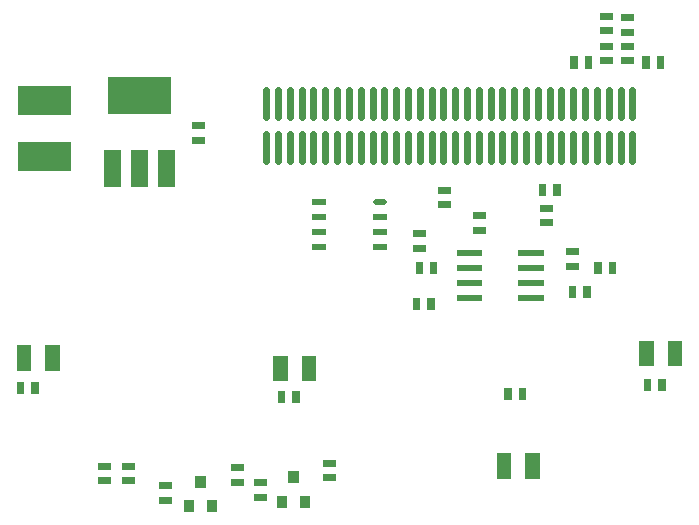
<source format=gbr>
G04 Title: RX Daughterboard, solder paste, solder side *
G04 Creator: pcb-bin 1.99p *
G04 CreationDate: Tue 01 Mar 2005 01:13:31 AM GMT UTC *
G04 For: matt *
G04 Format: Gerber/RS-274X *
G04 PCB-Dimensions: 330000 250000 *
G04 PCB-Coordinate-Origin: lower left *
%MOIN*%
%FSLAX24Y24*%
%IPPOS*%
%ADD11C,0.0400*%
%ADD12C,0.0250*%
%ADD13C,0.0450*%
%ADD14C,0.0080*%
%ADD15C,0.0280*%
%ADD16C,0.0100*%
%ADD17C,0.0300*%
%ADD18C,0.0600*%
%ADD19C,0.0240*%
%ADD20R,0.0240X0.0240*%
%ADD21R,0.0440X0.0440*%
%ADD22R,0.0300X0.0300*%
%ADD23C,0.0060*%
%ADD24R,0.0480X0.0480*%
%ADD25R,0.0680X0.0680*%
%ADD26R,0.0540X0.0540*%
%ADD27R,0.0970X0.0970*%
%ADD28R,0.1170X0.1170*%
%ADD29R,0.1030X0.1030*%
%ADD30C,0.0200*%
%ADD31R,0.0560X0.0560*%
%ADD32R,0.0860X0.0860*%
%ADD33R,0.0620X0.0620*%
%ADD34R,0.1220X0.1220*%
%ADD35R,0.1520X0.1520*%
%ADD36R,0.1280X0.1280*%
%ADD37R,0.0340X0.0340*%
%ADD38R,0.0640X0.0640*%
%ADD39R,0.0400X0.0400*%
%ADD40R,0.0200X0.0200*%
%ADD41C,0.0720*%
%ADD42C,0.0920X0.0720*%
%ADD43C,0.0920*%
%ADD44C,0.0340*%
%ADD45R,0.0600X0.0600*%
%ADD46R,0.0660X0.0660*%
%ADD47R,0.0900X0.0900X0.0600X0.0600*%
%ADD48R,0.0900X0.0900*%
%ADD49C,0.0660*%
%AMTHERM1*7,0,0,0.0900,0.0600,0.0100,45*%
%ADD50THERM1*%
%ADD51C,0.0900X0.0600*%
%ADD52C,0.0900*%
%ADD53C,0.0500*%
%ADD54R,0.0500X0.0500*%
%ADD55C,0.0750*%
%ADD56C,0.0810*%
%ADD57C,0.0950X0.0750*%
%ADD58C,0.0950*%
%ADD59C,0.0125*%
%AMTHERM2*7,0,0,0.0950,0.0750,0.0125,45*%
%ADD60THERM2*%
%ADD61C,0.1400*%
%ADD62C,0.1460*%
%ADD63C,0.1600X0.1400*%
%ADD64C,0.1600*%
%ADD65C,0.2100*%
%ADD66C,0.2160*%
%AMTHERM3*7,0,0,0.2300,0.2100,0.0500,45*%
%ADD67THERM3*%
%ADD68C,0.2300X0.2100*%
%ADD69C,0.2300*%
%ADD70C,0.0150*%
%ADD71C,0.1320*%
%ADD72C,0.1100*%
%ADD73C,0.1520*%
%ADD74C,0.1520X0.1320*%
%ADD75C,0.0610*%
%ADD76C,0.0610X0.0450*%
%ADD77C,0.0160*%
%AMTHERM4*7,0,0,0.0800,0.0600,0.0160,45*%
%ADD78THERM4*%
%ADD79C,0.0800*%
%ADD80C,0.0800X0.0600*%
%AMTHERM5*7,0,0,0.0800,0.0600,0.0125,45*%
%ADD81THERM5*%
%AMTHERM6*7,0,0,0.0600,0.0400,0.0100,45*%
%ADD82THERM6*%
%ADD83C,0.0600X0.0400*%
%ADD84C,0.0360*%
%ADD85C,0.0560*%
%ADD86C,0.0560X0.0360*%
%AMTHERM7*7,0,0,0.0560,0.0360,0.0080,45*%
%ADD87THERM7*%
%LNGROUP_1*%
%LPD*%
G01X0Y0D02*
G54D20*X6810Y6040D02*Y5860D01*
X7290Y6040D02*Y5860D01*
G54D24*X6920Y7130D02*Y6770D01*
X7880Y7130D02*Y6770D01*
G54D20*X15510Y5740D02*Y5560D01*
X15990Y5740D02*Y5560D01*
G54D24*X15470Y6780D02*Y6420D01*
X16430Y6780D02*Y6420D01*
G54D20*X23060Y5840D02*Y5660D01*
X23540Y5840D02*Y5660D01*
G54D24*X22920Y3530D02*Y3170D01*
X23880Y3530D02*Y3170D01*
G54D20*X27710Y6140D02*Y5960D01*
X28190Y6140D02*Y5960D01*
G54D24*X27670Y7280D02*Y6920D01*
X28630Y7280D02*Y6920D01*
G54D20*X12660Y14690D02*X12840D01*
X12660Y14210D02*X12840D01*
G54D27*X7210Y13660D02*X7990D01*
X7210Y15540D02*X7990D01*
G54D31*X11680Y13590D02*Y12930D01*
X10780Y13590D02*Y12930D01*
X9870Y13590D02*Y12930D01*
G54D34*X10330Y15700D02*X11230D01*
G54D20*X9510Y2860D02*X9690D01*
X9510Y3340D02*X9690D01*
X11560Y2210D02*X11740D01*
X11560Y2690D02*X11740D01*
G54D37*X13200Y2030D02*Y1970D01*
X12420Y2030D02*Y1970D01*
X12810Y2850D02*Y2790D01*
G54D20*X26060Y10040D02*Y9860D01*
X26540Y10040D02*Y9860D01*
X24210Y12640D02*Y12460D01*
X24690Y12640D02*Y12460D01*
G54D40*X23500Y10450D02*X24150D01*
X23500Y9950D02*X24150D01*
X23500Y9450D02*X24150D01*
X23500Y8950D02*X24150D01*
X21450D02*X22100D01*
X21450Y9450D02*X22100D01*
X21450Y9950D02*X22100D01*
X21450Y10450D02*X22100D01*
G54D20*X20860Y12060D02*X21040D01*
X20860Y12540D02*X21040D01*
X20010Y10610D02*X20190D01*
X20010Y11090D02*X20190D01*
X20010Y8840D02*Y8660D01*
X20490Y8840D02*Y8660D01*
X24260Y11460D02*X24440D01*
X24260Y11940D02*X24440D01*
X22010Y11210D02*X22190D01*
X22010Y11690D02*X22190D01*
X25110Y10490D02*X25290D01*
X25110Y10010D02*X25290D01*
G54D19*X14999Y14428D02*Y13518D01*
X27204Y15881D02*Y14971D01*
X15786Y14428D02*Y13518D01*
X15393Y14428D02*Y13518D01*
X16180Y14428D02*Y13518D01*
X14999Y15881D02*Y14971D01*
X16574Y14428D02*Y13518D01*
X15786Y15881D02*Y14971D01*
X16967Y14428D02*Y13518D01*
X16180Y15881D02*Y14971D01*
X17361Y14428D02*Y13518D01*
X16574Y15881D02*Y14971D01*
X17755Y14428D02*Y13518D01*
X16967Y15881D02*Y14971D01*
X18148Y14428D02*Y13518D01*
X17361Y15881D02*Y14971D01*
X18542Y14428D02*Y13518D01*
X17755Y15881D02*Y14971D01*
X18936Y14428D02*Y13518D01*
X18148Y15881D02*Y14971D01*
X18542Y15881D02*Y14971D01*
X18936Y15881D02*Y14971D01*
X19330Y15881D02*Y14971D01*
X19723Y15881D02*Y14971D01*
X20117Y15881D02*Y14971D01*
X20511Y15881D02*Y14971D01*
X20904Y15881D02*Y14971D01*
X21298Y15881D02*Y14971D01*
X21692Y15881D02*Y14971D01*
X22085Y15881D02*Y14971D01*
X22479Y15881D02*Y14971D01*
X22873Y15881D02*Y14971D01*
X23267Y15881D02*Y14971D01*
X23660Y15881D02*Y14971D01*
X24054Y15881D02*Y14971D01*
X24841Y15881D02*Y14971D01*
X24448Y15881D02*Y14971D01*
X25235Y15881D02*Y14971D01*
X25629Y15881D02*Y14971D01*
X26022Y15881D02*Y14971D01*
X26416Y15881D02*Y14971D01*
X15393Y15881D02*Y14971D01*
X19330Y14428D02*Y13518D01*
X19723Y14428D02*Y13518D01*
X20117Y14428D02*Y13518D01*
X20511Y14428D02*Y13518D01*
X20904Y14428D02*Y13518D01*
X21298Y14428D02*Y13518D01*
X21692Y14428D02*Y13518D01*
X22085Y14428D02*Y13518D01*
X22479Y14428D02*Y13518D01*
X22873Y14428D02*Y13518D01*
X23267Y14428D02*Y13518D01*
X23660Y14428D02*Y13518D01*
X24054Y14428D02*Y13518D01*
X24448Y14428D02*Y13518D01*
X24841Y14428D02*Y13518D01*
X25235Y14428D02*Y13518D01*
X25629Y14428D02*Y13518D01*
X26022Y14428D02*Y13518D01*
X26416Y14428D02*Y13518D01*
X26810Y14428D02*Y13518D01*
X27204Y14428D02*Y13518D01*
X26810Y15881D02*Y14971D01*
G54D20*X25740Y16890D02*Y16710D01*
X25260Y16890D02*Y16710D01*
X27660Y16890D02*Y16710D01*
X28140Y16890D02*Y16710D01*
X17010Y2960D02*X17190D01*
X17010Y3440D02*X17190D01*
X14710Y2310D02*X14890D01*
X14710Y2790D02*X14890D01*
G54D37*X16300Y2180D02*Y2120D01*
X15520Y2180D02*Y2120D01*
X15910Y3000D02*Y2940D01*
G54D20*X13960Y2810D02*X14140D01*
X13960Y3290D02*X14140D01*
X26260Y16860D02*X26440D01*
X26260Y17340D02*X26440D01*
X26960Y16860D02*X27140D01*
X26960Y17340D02*X27140D01*
G54D30*X18660Y12150D02*X18940D01*
G54D40*X18660Y11650D02*X18940D01*
X18660Y11150D02*X18940D01*
X18660Y10650D02*X18940D01*
X16620D02*X16900D01*
X16620Y11150D02*X16900D01*
X16620Y11650D02*X16900D01*
X16620Y12150D02*X16900D01*
G54D20*X25690Y9240D02*Y9060D01*
X25210Y9240D02*Y9060D01*
X26260Y18340D02*X26440D01*
X26260Y17860D02*X26440D01*
X26960Y18290D02*X27140D01*
X26960Y17810D02*X27140D01*
X20580Y10040D02*Y9860D01*
X20100Y10040D02*Y9860D01*
X10310Y3340D02*X10490D01*
X10310Y2860D02*X10490D01*
M02*

</source>
